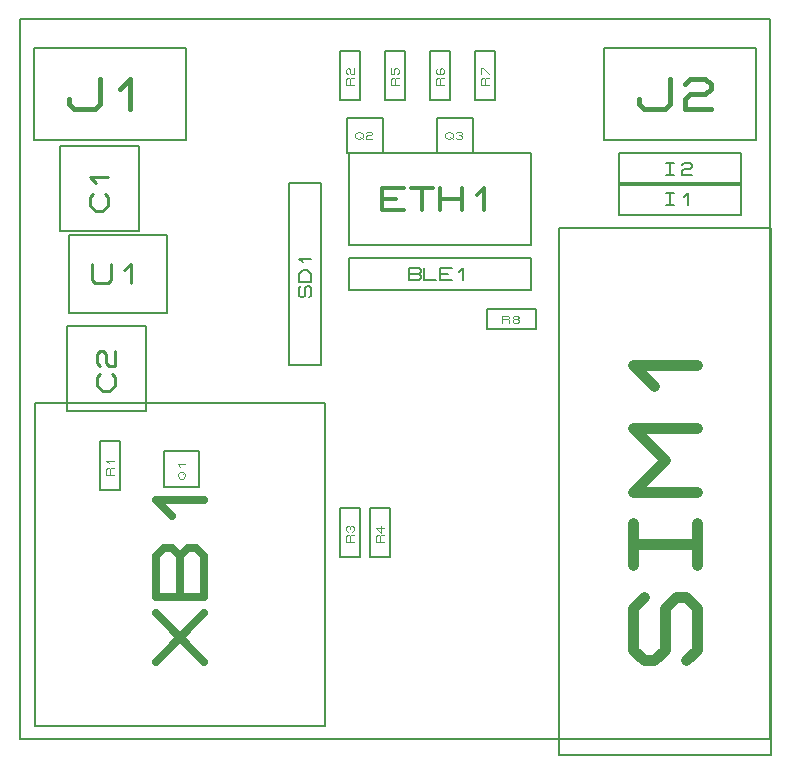
<source format=gbr>
G04 PROTEUS RS274X GERBER FILE*
%FSLAX45Y45*%
%MOMM*%
G01*
%ADD22C,0.203200*%
%ADD34C,0.430100*%
%ADD35C,0.277700*%
%ADD36C,0.685080*%
%ADD37C,0.308860*%
%ADD38C,0.893060*%
%ADD39C,0.164590*%
%ADD40C,0.100580*%
%ADD41C,0.103290*%
%ADD42C,0.241720*%
D22*
X+0Y-6096000D02*
X+6350000Y-6096000D01*
X+6350000Y+0D01*
X+0Y+0D01*
X+0Y-6096000D01*
X+116840Y-1026160D02*
X+1407160Y-1026160D01*
X+1407160Y-243840D01*
X+116840Y-243840D01*
X+116840Y-1026160D01*
D34*
X+417916Y-678011D02*
X+417916Y-721022D01*
X+460926Y-764032D01*
X+632968Y-764032D01*
X+675979Y-721022D01*
X+675979Y-505969D01*
X+848021Y-591990D02*
X+934042Y-505969D01*
X+934042Y-764032D01*
D22*
X+4942840Y-1026160D02*
X+6233160Y-1026160D01*
X+6233160Y-243840D01*
X+4942840Y-243840D01*
X+4942840Y-1026160D01*
D34*
X+5243916Y-678011D02*
X+5243916Y-721022D01*
X+5286926Y-764032D01*
X+5458968Y-764032D01*
X+5501979Y-721022D01*
X+5501979Y-505969D01*
X+5631010Y-548979D02*
X+5674021Y-505969D01*
X+5803052Y-505969D01*
X+5846063Y-548979D01*
X+5846063Y-591990D01*
X+5803052Y-635000D01*
X+5674021Y-635000D01*
X+5631010Y-678011D01*
X+5631010Y-764032D01*
X+5846063Y-764032D01*
D22*
X+411480Y-2484120D02*
X+1244600Y-2484120D01*
X+1244600Y-1823720D01*
X+411480Y-1823720D01*
X+411480Y-2484120D01*
D35*
X+605876Y-2070609D02*
X+605876Y-2209462D01*
X+633646Y-2237232D01*
X+744728Y-2237232D01*
X+772499Y-2209462D01*
X+772499Y-2070609D01*
X+883581Y-2126150D02*
X+939122Y-2070609D01*
X+939122Y-2237232D01*
D22*
X+123840Y-5987160D02*
X+2584160Y-5987160D01*
X+2584160Y-3246840D01*
X+123840Y-3246840D01*
X+123840Y-5987160D01*
D36*
X+1148476Y-5439096D02*
X+1559524Y-5028048D01*
X+1559524Y-5439096D02*
X+1148476Y-5028048D01*
X+1559524Y-4891032D02*
X+1148476Y-4891032D01*
X+1148476Y-4548492D01*
X+1216984Y-4479984D01*
X+1285492Y-4479984D01*
X+1354000Y-4548492D01*
X+1422508Y-4479984D01*
X+1491016Y-4479984D01*
X+1559524Y-4548492D01*
X+1559524Y-4891032D01*
X+1354000Y-4891032D02*
X+1354000Y-4548492D01*
X+1285492Y-4205952D02*
X+1148476Y-4068936D01*
X+1559524Y-4068936D01*
D22*
X+2783840Y-1915160D02*
X+4328160Y-1915160D01*
X+4328160Y-1132840D01*
X+2783840Y-1132840D01*
X+2783840Y-1915160D01*
D37*
X+3247136Y-1616660D02*
X+3061818Y-1616660D01*
X+3061818Y-1431341D01*
X+3247136Y-1431341D01*
X+3061818Y-1524000D02*
X+3185363Y-1524000D01*
X+3308909Y-1431341D02*
X+3494227Y-1431341D01*
X+3401568Y-1431341D02*
X+3401568Y-1616660D01*
X+3556000Y-1616660D02*
X+3556000Y-1431341D01*
X+3741318Y-1431341D02*
X+3741318Y-1616660D01*
X+3556000Y-1524000D02*
X+3741318Y-1524000D01*
X+3864863Y-1493114D02*
X+3926636Y-1431341D01*
X+3926636Y-1616660D01*
D22*
X+4561840Y-6233160D02*
X+6360160Y-6233160D01*
X+6360160Y-1767840D01*
X+4561840Y-1767840D01*
X+4561840Y-6233160D01*
D38*
X+5639613Y-5429402D02*
X+5728920Y-5340096D01*
X+5728920Y-4982871D01*
X+5639613Y-4893564D01*
X+5550307Y-4893564D01*
X+5461000Y-4982871D01*
X+5461000Y-5340096D01*
X+5371694Y-5429402D01*
X+5282388Y-5429402D01*
X+5193081Y-5340096D01*
X+5193081Y-4982871D01*
X+5282388Y-4893564D01*
X+5193081Y-4625645D02*
X+5193081Y-4268420D01*
X+5193081Y-4447032D02*
X+5728920Y-4447032D01*
X+5728920Y-4625645D02*
X+5728920Y-4268420D01*
X+5728920Y-4000500D02*
X+5193081Y-4000500D01*
X+5461000Y-3732581D01*
X+5193081Y-3464662D01*
X+5728920Y-3464662D01*
X+5371694Y-3107437D02*
X+5193081Y-2928824D01*
X+5728920Y-2928824D01*
D22*
X+2783840Y-2296160D02*
X+4328160Y-2296160D01*
X+4328160Y-2021840D01*
X+2783840Y-2021840D01*
X+2783840Y-2296160D01*
D39*
X+3292654Y-2208378D02*
X+3292654Y-2109623D01*
X+3374949Y-2109623D01*
X+3391408Y-2126082D01*
X+3391408Y-2142541D01*
X+3374949Y-2159000D01*
X+3391408Y-2175460D01*
X+3391408Y-2191919D01*
X+3374949Y-2208378D01*
X+3292654Y-2208378D01*
X+3292654Y-2159000D02*
X+3374949Y-2159000D01*
X+3424327Y-2109623D02*
X+3424327Y-2208378D01*
X+3523081Y-2208378D01*
X+3654754Y-2208378D02*
X+3556000Y-2208378D01*
X+3556000Y-2109623D01*
X+3654754Y-2109623D01*
X+3556000Y-2159000D02*
X+3621836Y-2159000D01*
X+3720591Y-2142541D02*
X+3753509Y-2109623D01*
X+3753509Y-2208378D01*
D22*
X+5069840Y-1661160D02*
X+6106160Y-1661160D01*
X+6106160Y-1386840D01*
X+5069840Y-1386840D01*
X+5069840Y-1661160D01*
D39*
X+5472786Y-1474623D02*
X+5538622Y-1474623D01*
X+5505704Y-1474623D02*
X+5505704Y-1573378D01*
X+5472786Y-1573378D02*
X+5538622Y-1573378D01*
X+5620918Y-1507541D02*
X+5653836Y-1474623D01*
X+5653836Y-1573378D01*
D22*
X+2275840Y-2931160D02*
X+2550160Y-2931160D01*
X+2550160Y-1386840D01*
X+2275840Y-1386840D01*
X+2275840Y-2931160D01*
D39*
X+2445919Y-2356509D02*
X+2462378Y-2340050D01*
X+2462378Y-2274214D01*
X+2445919Y-2257755D01*
X+2429460Y-2257755D01*
X+2413000Y-2274214D01*
X+2413000Y-2340050D01*
X+2396541Y-2356509D01*
X+2380082Y-2356509D01*
X+2363623Y-2340050D01*
X+2363623Y-2274214D01*
X+2380082Y-2257755D01*
X+2462378Y-2224836D02*
X+2363623Y-2224836D01*
X+2363623Y-2159000D01*
X+2396541Y-2126082D01*
X+2429460Y-2126082D01*
X+2462378Y-2159000D01*
X+2462378Y-2224836D01*
X+2396541Y-2060245D02*
X+2363623Y-2027327D01*
X+2462378Y-2027327D01*
D22*
X+2964180Y-4556760D02*
X+3131820Y-4556760D01*
X+3131820Y-4140200D01*
X+2964180Y-4140200D01*
X+2964180Y-4556760D01*
D40*
X+3078176Y-4428947D02*
X+3017825Y-4428947D01*
X+3017825Y-4378656D01*
X+3027884Y-4368597D01*
X+3037942Y-4368597D01*
X+3048000Y-4378656D01*
X+3048000Y-4428947D01*
X+3048000Y-4378656D02*
X+3058059Y-4368597D01*
X+3078176Y-4368597D01*
X+3058059Y-4288130D02*
X+3058059Y-4348480D01*
X+3017825Y-4308247D01*
X+3078176Y-4308247D01*
D22*
X+2710180Y-4556760D02*
X+2877820Y-4556760D01*
X+2877820Y-4140200D01*
X+2710180Y-4140200D01*
X+2710180Y-4556760D01*
D40*
X+2824176Y-4428947D02*
X+2763825Y-4428947D01*
X+2763825Y-4378656D01*
X+2773884Y-4368597D01*
X+2783942Y-4368597D01*
X+2794000Y-4378656D01*
X+2794000Y-4428947D01*
X+2794000Y-4378656D02*
X+2804059Y-4368597D01*
X+2824176Y-4368597D01*
X+2773884Y-4338422D02*
X+2763825Y-4328364D01*
X+2763825Y-4298189D01*
X+2773884Y-4288130D01*
X+2783942Y-4288130D01*
X+2794000Y-4298189D01*
X+2804059Y-4288130D01*
X+2814117Y-4288130D01*
X+2824176Y-4298189D01*
X+2824176Y-4328364D01*
X+2814117Y-4338422D01*
X+2794000Y-4318305D02*
X+2794000Y-4298189D01*
D22*
X+678180Y-3987800D02*
X+845820Y-3987800D01*
X+845820Y-3571240D01*
X+678180Y-3571240D01*
X+678180Y-3987800D01*
D40*
X+792176Y-3859987D02*
X+731825Y-3859987D01*
X+731825Y-3809696D01*
X+741884Y-3799637D01*
X+751942Y-3799637D01*
X+762000Y-3809696D01*
X+762000Y-3859987D01*
X+762000Y-3809696D02*
X+772059Y-3799637D01*
X+792176Y-3799637D01*
X+751942Y-3759404D02*
X+731825Y-3739287D01*
X+792176Y-3739287D01*
D22*
X+1219200Y-3964940D02*
X+1511300Y-3964940D01*
X+1511300Y-3655060D01*
X+1219200Y-3655060D01*
X+1219200Y-3964940D01*
D41*
X+1354921Y-3892634D02*
X+1334262Y-3871976D01*
X+1334262Y-3851317D01*
X+1354921Y-3830659D01*
X+1375579Y-3830659D01*
X+1396238Y-3851317D01*
X+1396238Y-3871976D01*
X+1375579Y-3892634D01*
X+1354921Y-3892634D01*
X+1375579Y-3851317D02*
X+1396238Y-3830659D01*
X+1354921Y-3789342D02*
X+1334262Y-3768683D01*
X+1396238Y-3768683D01*
D22*
X+5069840Y-1407160D02*
X+6106160Y-1407160D01*
X+6106160Y-1132840D01*
X+5069840Y-1132840D01*
X+5069840Y-1407160D01*
D39*
X+5472786Y-1220623D02*
X+5538622Y-1220623D01*
X+5505704Y-1220623D02*
X+5505704Y-1319378D01*
X+5472786Y-1319378D02*
X+5538622Y-1319378D01*
X+5604459Y-1237082D02*
X+5620918Y-1220623D01*
X+5670295Y-1220623D01*
X+5686754Y-1237082D01*
X+5686754Y-1253541D01*
X+5670295Y-1270000D01*
X+5620918Y-1270000D01*
X+5604459Y-1286460D01*
X+5604459Y-1319378D01*
X+5686754Y-1319378D01*
D22*
X+3528060Y-1130300D02*
X+3837940Y-1130300D01*
X+3837940Y-838200D01*
X+3528060Y-838200D01*
X+3528060Y-1130300D01*
D41*
X+3600366Y-973921D02*
X+3621024Y-953262D01*
X+3641683Y-953262D01*
X+3662341Y-973921D01*
X+3662341Y-994579D01*
X+3641683Y-1015238D01*
X+3621024Y-1015238D01*
X+3600366Y-994579D01*
X+3600366Y-973921D01*
X+3641683Y-994579D02*
X+3662341Y-1015238D01*
X+3693329Y-963591D02*
X+3703658Y-953262D01*
X+3734646Y-953262D01*
X+3744975Y-963591D01*
X+3744975Y-973921D01*
X+3734646Y-984250D01*
X+3744975Y-994579D01*
X+3744975Y-1004909D01*
X+3734646Y-1015238D01*
X+3703658Y-1015238D01*
X+3693329Y-1004909D01*
X+3713987Y-984250D02*
X+3734646Y-984250D01*
D22*
X+2766060Y-1130300D02*
X+3075940Y-1130300D01*
X+3075940Y-838200D01*
X+2766060Y-838200D01*
X+2766060Y-1130300D01*
D41*
X+2838366Y-973921D02*
X+2859024Y-953262D01*
X+2879683Y-953262D01*
X+2900341Y-973921D01*
X+2900341Y-994579D01*
X+2879683Y-1015238D01*
X+2859024Y-1015238D01*
X+2838366Y-994579D01*
X+2838366Y-973921D01*
X+2879683Y-994579D02*
X+2900341Y-1015238D01*
X+2931329Y-963591D02*
X+2941658Y-953262D01*
X+2972646Y-953262D01*
X+2982975Y-963591D01*
X+2982975Y-973921D01*
X+2972646Y-984250D01*
X+2941658Y-984250D01*
X+2931329Y-994579D01*
X+2931329Y-1015238D01*
X+2982975Y-1015238D01*
D22*
X+3472180Y-685800D02*
X+3639820Y-685800D01*
X+3639820Y-269240D01*
X+3472180Y-269240D01*
X+3472180Y-685800D01*
D40*
X+3586176Y-557987D02*
X+3525825Y-557987D01*
X+3525825Y-507696D01*
X+3535884Y-497637D01*
X+3545942Y-497637D01*
X+3556000Y-507696D01*
X+3556000Y-557987D01*
X+3556000Y-507696D02*
X+3566059Y-497637D01*
X+3586176Y-497637D01*
X+3535884Y-417170D02*
X+3525825Y-427229D01*
X+3525825Y-457404D01*
X+3535884Y-467462D01*
X+3576117Y-467462D01*
X+3586176Y-457404D01*
X+3586176Y-427229D01*
X+3576117Y-417170D01*
X+3566059Y-417170D01*
X+3556000Y-427229D01*
X+3556000Y-467462D01*
D22*
X+2710180Y-685800D02*
X+2877820Y-685800D01*
X+2877820Y-269240D01*
X+2710180Y-269240D01*
X+2710180Y-685800D01*
D40*
X+2824176Y-557987D02*
X+2763825Y-557987D01*
X+2763825Y-507696D01*
X+2773884Y-497637D01*
X+2783942Y-497637D01*
X+2794000Y-507696D01*
X+2794000Y-557987D01*
X+2794000Y-507696D02*
X+2804059Y-497637D01*
X+2824176Y-497637D01*
X+2773884Y-467462D02*
X+2763825Y-457404D01*
X+2763825Y-427229D01*
X+2773884Y-417170D01*
X+2783942Y-417170D01*
X+2794000Y-427229D01*
X+2794000Y-457404D01*
X+2804059Y-467462D01*
X+2824176Y-467462D01*
X+2824176Y-417170D01*
D22*
X+3853180Y-685800D02*
X+4020820Y-685800D01*
X+4020820Y-269240D01*
X+3853180Y-269240D01*
X+3853180Y-685800D01*
D40*
X+3967176Y-557987D02*
X+3906825Y-557987D01*
X+3906825Y-507696D01*
X+3916884Y-497637D01*
X+3926942Y-497637D01*
X+3937000Y-507696D01*
X+3937000Y-557987D01*
X+3937000Y-507696D02*
X+3947059Y-497637D01*
X+3967176Y-497637D01*
X+3906825Y-467462D02*
X+3906825Y-417170D01*
X+3916884Y-417170D01*
X+3967176Y-467462D01*
D22*
X+3091180Y-685800D02*
X+3258820Y-685800D01*
X+3258820Y-269240D01*
X+3091180Y-269240D01*
X+3091180Y-685800D01*
D40*
X+3205176Y-557987D02*
X+3144825Y-557987D01*
X+3144825Y-507696D01*
X+3154884Y-497637D01*
X+3164942Y-497637D01*
X+3175000Y-507696D01*
X+3175000Y-557987D01*
X+3175000Y-507696D02*
X+3185059Y-497637D01*
X+3205176Y-497637D01*
X+3144825Y-417170D02*
X+3144825Y-467462D01*
X+3164942Y-467462D01*
X+3164942Y-427229D01*
X+3175000Y-417170D01*
X+3195117Y-417170D01*
X+3205176Y-427229D01*
X+3205176Y-457404D01*
X+3195117Y-467462D01*
D22*
X+3952240Y-2623820D02*
X+4368800Y-2623820D01*
X+4368800Y-2456180D01*
X+3952240Y-2456180D01*
X+3952240Y-2623820D01*
D40*
X+4080053Y-2570176D02*
X+4080053Y-2509825D01*
X+4130344Y-2509825D01*
X+4140403Y-2519884D01*
X+4140403Y-2529942D01*
X+4130344Y-2540000D01*
X+4080053Y-2540000D01*
X+4130344Y-2540000D02*
X+4140403Y-2550059D01*
X+4140403Y-2570176D01*
X+4180636Y-2540000D02*
X+4170578Y-2529942D01*
X+4170578Y-2519884D01*
X+4180636Y-2509825D01*
X+4210811Y-2509825D01*
X+4220870Y-2519884D01*
X+4220870Y-2529942D01*
X+4210811Y-2540000D01*
X+4180636Y-2540000D01*
X+4170578Y-2550059D01*
X+4170578Y-2560117D01*
X+4180636Y-2570176D01*
X+4210811Y-2570176D01*
X+4220870Y-2560117D01*
X+4220870Y-2550059D01*
X+4210811Y-2540000D01*
D22*
X+334700Y-1797000D02*
X+1003300Y-1797000D01*
X+1003300Y-1071840D01*
X+334700Y-1071840D01*
X+334700Y-1797000D01*
D42*
X+717344Y-1482764D02*
X+741516Y-1506936D01*
X+741516Y-1579452D01*
X+693172Y-1627796D01*
X+644828Y-1627796D01*
X+596484Y-1579452D01*
X+596484Y-1506936D01*
X+620656Y-1482764D01*
X+644828Y-1386076D02*
X+596484Y-1337732D01*
X+741516Y-1337732D01*
D22*
X+393700Y-3321000D02*
X+1062300Y-3321000D01*
X+1062300Y-2595840D01*
X+393700Y-2595840D01*
X+393700Y-3321000D01*
D42*
X+776344Y-3006764D02*
X+800516Y-3030936D01*
X+800516Y-3103452D01*
X+752172Y-3151796D01*
X+703828Y-3151796D01*
X+655484Y-3103452D01*
X+655484Y-3030936D01*
X+679656Y-3006764D01*
X+679656Y-2934248D02*
X+655484Y-2910076D01*
X+655484Y-2837560D01*
X+679656Y-2813388D01*
X+703828Y-2813388D01*
X+728000Y-2837560D01*
X+728000Y-2910076D01*
X+752172Y-2934248D01*
X+800516Y-2934248D01*
X+800516Y-2813388D01*
M02*

</source>
